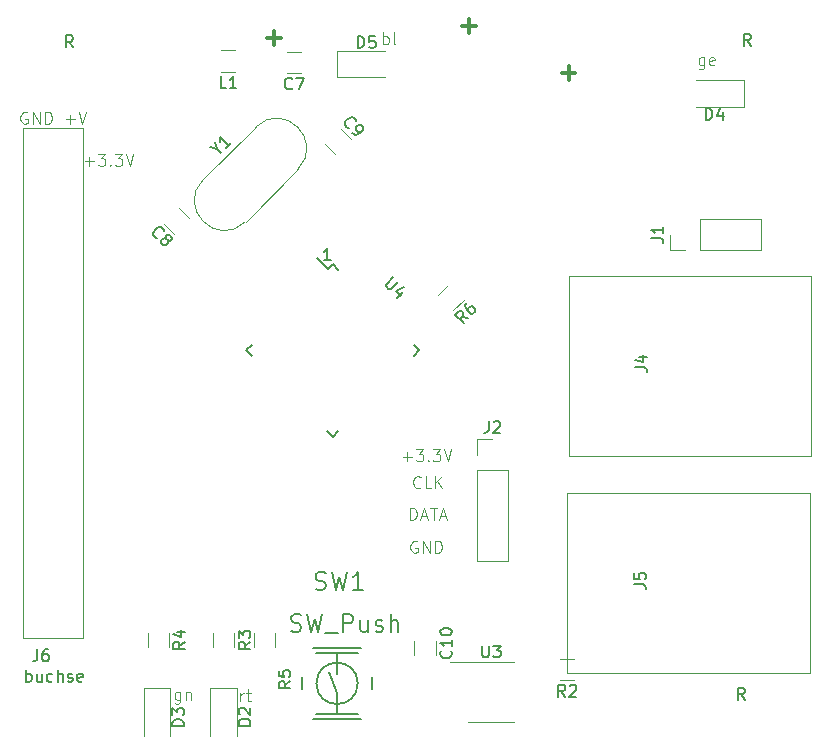
<source format=gbr>
%TF.GenerationSoftware,KiCad,Pcbnew,5.1.5-52549c5~84~ubuntu18.04.1*%
%TF.CreationDate,2020-01-27T10:34:20+01:00*%
%TF.ProjectId,sboxnet-modul,73626f78-6e65-4742-9d6d-6f64756c2e6b,rev?*%
%TF.SameCoordinates,Original*%
%TF.FileFunction,Legend,Top*%
%TF.FilePolarity,Positive*%
%FSLAX46Y46*%
G04 Gerber Fmt 4.6, Leading zero omitted, Abs format (unit mm)*
G04 Created by KiCad (PCBNEW 5.1.5-52549c5~84~ubuntu18.04.1) date 2020-01-27 10:34:20*
%MOMM*%
%LPD*%
G04 APERTURE LIST*
%ADD10C,0.300000*%
%ADD11C,0.100000*%
%ADD12C,0.150000*%
%ADD13C,0.120000*%
G04 APERTURE END LIST*
D10*
X124320371Y-69779342D02*
X125463228Y-69779342D01*
X124891800Y-70350771D02*
X124891800Y-69207914D01*
X132778571Y-73767142D02*
X133921428Y-73767142D01*
X133350000Y-74338571D02*
X133350000Y-73195714D01*
X107835771Y-70795342D02*
X108978628Y-70795342D01*
X108407200Y-71366771D02*
X108407200Y-70223914D01*
D11*
X92361000Y-81224428D02*
X93122904Y-81224428D01*
X92741952Y-81605380D02*
X92741952Y-80843476D01*
X93503857Y-80605380D02*
X94122904Y-80605380D01*
X93789571Y-80986333D01*
X93932428Y-80986333D01*
X94027666Y-81033952D01*
X94075285Y-81081571D01*
X94122904Y-81176809D01*
X94122904Y-81414904D01*
X94075285Y-81510142D01*
X94027666Y-81557761D01*
X93932428Y-81605380D01*
X93646714Y-81605380D01*
X93551476Y-81557761D01*
X93503857Y-81510142D01*
X94551476Y-81510142D02*
X94599095Y-81557761D01*
X94551476Y-81605380D01*
X94503857Y-81557761D01*
X94551476Y-81510142D01*
X94551476Y-81605380D01*
X94932428Y-80605380D02*
X95551476Y-80605380D01*
X95218142Y-80986333D01*
X95361000Y-80986333D01*
X95456238Y-81033952D01*
X95503857Y-81081571D01*
X95551476Y-81176809D01*
X95551476Y-81414904D01*
X95503857Y-81510142D01*
X95456238Y-81557761D01*
X95361000Y-81605380D01*
X95075285Y-81605380D01*
X94980047Y-81557761D01*
X94932428Y-81510142D01*
X95837190Y-80605380D02*
X96170523Y-81605380D01*
X96503857Y-80605380D01*
X90757476Y-77668428D02*
X91519380Y-77668428D01*
X91138428Y-78049380D02*
X91138428Y-77287476D01*
X91852714Y-77049380D02*
X92186047Y-78049380D01*
X92519380Y-77049380D01*
X87503095Y-77097000D02*
X87407857Y-77049380D01*
X87265000Y-77049380D01*
X87122142Y-77097000D01*
X87026904Y-77192238D01*
X86979285Y-77287476D01*
X86931666Y-77477952D01*
X86931666Y-77620809D01*
X86979285Y-77811285D01*
X87026904Y-77906523D01*
X87122142Y-78001761D01*
X87265000Y-78049380D01*
X87360238Y-78049380D01*
X87503095Y-78001761D01*
X87550714Y-77954142D01*
X87550714Y-77620809D01*
X87360238Y-77620809D01*
X87979285Y-78049380D02*
X87979285Y-77049380D01*
X88550714Y-78049380D01*
X88550714Y-77049380D01*
X89026904Y-78049380D02*
X89026904Y-77049380D01*
X89265000Y-77049380D01*
X89407857Y-77097000D01*
X89503095Y-77192238D01*
X89550714Y-77287476D01*
X89598333Y-77477952D01*
X89598333Y-77620809D01*
X89550714Y-77811285D01*
X89503095Y-77906523D01*
X89407857Y-78001761D01*
X89265000Y-78049380D01*
X89026904Y-78049380D01*
X100472904Y-126150714D02*
X100472904Y-126960238D01*
X100425285Y-127055476D01*
X100377666Y-127103095D01*
X100282428Y-127150714D01*
X100139571Y-127150714D01*
X100044333Y-127103095D01*
X100472904Y-126769761D02*
X100377666Y-126817380D01*
X100187190Y-126817380D01*
X100091952Y-126769761D01*
X100044333Y-126722142D01*
X99996714Y-126626904D01*
X99996714Y-126341190D01*
X100044333Y-126245952D01*
X100091952Y-126198333D01*
X100187190Y-126150714D01*
X100377666Y-126150714D01*
X100472904Y-126198333D01*
X100949095Y-126150714D02*
X100949095Y-126817380D01*
X100949095Y-126245952D02*
X100996714Y-126198333D01*
X101091952Y-126150714D01*
X101234809Y-126150714D01*
X101330047Y-126198333D01*
X101377666Y-126293571D01*
X101377666Y-126817380D01*
X105560857Y-126944380D02*
X105560857Y-126277714D01*
X105560857Y-126468190D02*
X105608476Y-126372952D01*
X105656095Y-126325333D01*
X105751333Y-126277714D01*
X105846571Y-126277714D01*
X106037047Y-126277714D02*
X106418000Y-126277714D01*
X106179904Y-125944380D02*
X106179904Y-126801523D01*
X106227523Y-126896761D01*
X106322761Y-126944380D01*
X106418000Y-126944380D01*
X117633809Y-71318380D02*
X117633809Y-70318380D01*
X117633809Y-70699333D02*
X117729047Y-70651714D01*
X117919523Y-70651714D01*
X118014761Y-70699333D01*
X118062380Y-70746952D01*
X118110000Y-70842190D01*
X118110000Y-71127904D01*
X118062380Y-71223142D01*
X118014761Y-71270761D01*
X117919523Y-71318380D01*
X117729047Y-71318380D01*
X117633809Y-71270761D01*
X118681428Y-71318380D02*
X118586190Y-71270761D01*
X118538571Y-71175523D01*
X118538571Y-70318380D01*
X144819714Y-72429714D02*
X144819714Y-73239238D01*
X144772095Y-73334476D01*
X144724476Y-73382095D01*
X144629238Y-73429714D01*
X144486380Y-73429714D01*
X144391142Y-73382095D01*
X144819714Y-73048761D02*
X144724476Y-73096380D01*
X144534000Y-73096380D01*
X144438761Y-73048761D01*
X144391142Y-73001142D01*
X144343523Y-72905904D01*
X144343523Y-72620190D01*
X144391142Y-72524952D01*
X144438761Y-72477333D01*
X144534000Y-72429714D01*
X144724476Y-72429714D01*
X144819714Y-72477333D01*
X145676857Y-73048761D02*
X145581619Y-73096380D01*
X145391142Y-73096380D01*
X145295904Y-73048761D01*
X145248285Y-72953523D01*
X145248285Y-72572571D01*
X145295904Y-72477333D01*
X145391142Y-72429714D01*
X145581619Y-72429714D01*
X145676857Y-72477333D01*
X145724476Y-72572571D01*
X145724476Y-72667809D01*
X145248285Y-72763047D01*
X119912000Y-111577380D02*
X119912000Y-110577380D01*
X120150095Y-110577380D01*
X120292952Y-110625000D01*
X120388190Y-110720238D01*
X120435809Y-110815476D01*
X120483428Y-111005952D01*
X120483428Y-111148809D01*
X120435809Y-111339285D01*
X120388190Y-111434523D01*
X120292952Y-111529761D01*
X120150095Y-111577380D01*
X119912000Y-111577380D01*
X120864380Y-111291666D02*
X121340571Y-111291666D01*
X120769142Y-111577380D02*
X121102476Y-110577380D01*
X121435809Y-111577380D01*
X121626285Y-110577380D02*
X122197714Y-110577380D01*
X121912000Y-111577380D02*
X121912000Y-110577380D01*
X122483428Y-111291666D02*
X122959619Y-111291666D01*
X122388190Y-111577380D02*
X122721523Y-110577380D01*
X123054857Y-111577380D01*
X120816761Y-108815142D02*
X120769142Y-108862761D01*
X120626285Y-108910380D01*
X120531047Y-108910380D01*
X120388190Y-108862761D01*
X120292952Y-108767523D01*
X120245333Y-108672285D01*
X120197714Y-108481809D01*
X120197714Y-108338952D01*
X120245333Y-108148476D01*
X120292952Y-108053238D01*
X120388190Y-107958000D01*
X120531047Y-107910380D01*
X120626285Y-107910380D01*
X120769142Y-107958000D01*
X120816761Y-108005619D01*
X121721523Y-108910380D02*
X121245333Y-108910380D01*
X121245333Y-107910380D01*
X122054857Y-108910380D02*
X122054857Y-107910380D01*
X122626285Y-108910380D02*
X122197714Y-108338952D01*
X122626285Y-107910380D02*
X122054857Y-108481809D01*
X120523095Y-113419000D02*
X120427857Y-113371380D01*
X120285000Y-113371380D01*
X120142142Y-113419000D01*
X120046904Y-113514238D01*
X119999285Y-113609476D01*
X119951666Y-113799952D01*
X119951666Y-113942809D01*
X119999285Y-114133285D01*
X120046904Y-114228523D01*
X120142142Y-114323761D01*
X120285000Y-114371380D01*
X120380238Y-114371380D01*
X120523095Y-114323761D01*
X120570714Y-114276142D01*
X120570714Y-113942809D01*
X120380238Y-113942809D01*
X120999285Y-114371380D02*
X120999285Y-113371380D01*
X121570714Y-114371380D01*
X121570714Y-113371380D01*
X122046904Y-114371380D02*
X122046904Y-113371380D01*
X122285000Y-113371380D01*
X122427857Y-113419000D01*
X122523095Y-113514238D01*
X122570714Y-113609476D01*
X122618333Y-113799952D01*
X122618333Y-113942809D01*
X122570714Y-114133285D01*
X122523095Y-114228523D01*
X122427857Y-114323761D01*
X122285000Y-114371380D01*
X122046904Y-114371380D01*
X119285000Y-106243428D02*
X120046904Y-106243428D01*
X119665952Y-106624380D02*
X119665952Y-105862476D01*
X120427857Y-105624380D02*
X121046904Y-105624380D01*
X120713571Y-106005333D01*
X120856428Y-106005333D01*
X120951666Y-106052952D01*
X120999285Y-106100571D01*
X121046904Y-106195809D01*
X121046904Y-106433904D01*
X120999285Y-106529142D01*
X120951666Y-106576761D01*
X120856428Y-106624380D01*
X120570714Y-106624380D01*
X120475476Y-106576761D01*
X120427857Y-106529142D01*
X121475476Y-106529142D02*
X121523095Y-106576761D01*
X121475476Y-106624380D01*
X121427857Y-106576761D01*
X121475476Y-106529142D01*
X121475476Y-106624380D01*
X121856428Y-105624380D02*
X122475476Y-105624380D01*
X122142142Y-106005333D01*
X122285000Y-106005333D01*
X122380238Y-106052952D01*
X122427857Y-106100571D01*
X122475476Y-106195809D01*
X122475476Y-106433904D01*
X122427857Y-106529142D01*
X122380238Y-106576761D01*
X122285000Y-106624380D01*
X121999285Y-106624380D01*
X121904047Y-106576761D01*
X121856428Y-106529142D01*
X122761190Y-105624380D02*
X123094523Y-106624380D01*
X123427857Y-105624380D01*
D12*
X113188714Y-89606380D02*
X112617285Y-89606380D01*
X112903000Y-89606380D02*
X112903000Y-88606380D01*
X112807761Y-88749238D01*
X112712523Y-88844476D01*
X112617285Y-88892095D01*
D13*
X133340000Y-90980000D02*
X153910000Y-90980000D01*
X133340000Y-106220000D02*
X133340000Y-90980000D01*
X153910000Y-106220000D02*
X133340000Y-106220000D01*
X153910000Y-106220000D02*
X153910000Y-90980000D01*
X141910000Y-88770000D02*
X141910000Y-87440000D01*
X143240000Y-88770000D02*
X141910000Y-88770000D01*
X144510000Y-88770000D02*
X144510000Y-86110000D01*
X144510000Y-86110000D02*
X149650000Y-86110000D01*
X144510000Y-88770000D02*
X149650000Y-88770000D01*
X149650000Y-88770000D02*
X149650000Y-86110000D01*
X133236800Y-109347000D02*
X153806800Y-109347000D01*
X133236800Y-124587000D02*
X133236800Y-109347000D01*
X153806800Y-124587000D02*
X133236800Y-124587000D01*
X153806800Y-124587000D02*
X153806800Y-109347000D01*
X133825064Y-123372200D02*
X132620936Y-123372200D01*
X133825064Y-125192200D02*
X132620936Y-125192200D01*
D12*
X112979014Y-90344631D02*
X112077452Y-89443070D01*
X120704155Y-97256600D02*
X120226858Y-96779303D01*
X113385600Y-104575155D02*
X112908303Y-104097858D01*
X106067045Y-97256600D02*
X106544342Y-97733897D01*
X113385600Y-89938045D02*
X113862897Y-90415342D01*
X106067045Y-97256600D02*
X106544342Y-96779303D01*
X113385600Y-104575155D02*
X113862897Y-104097858D01*
X120704155Y-97256600D02*
X120226858Y-97733897D01*
X113385600Y-89938045D02*
X112979014Y-90344631D01*
D13*
X110410493Y-81920396D02*
G75*
G03X106839605Y-78349506I-1785444J1785445D01*
G01*
X105991077Y-86339812D02*
G75*
G02X102420187Y-82768924I-1785445J1785444D01*
G01*
X105991076Y-86339813D02*
X110410494Y-81920395D01*
X102420187Y-82768924D02*
X106839605Y-78349506D01*
X112750809Y-79787744D02*
X113602256Y-80639191D01*
X114037744Y-78500809D02*
X114889191Y-79352256D01*
X101239191Y-86072256D02*
X100387744Y-85220809D01*
X99952256Y-87359191D02*
X99100809Y-86507744D01*
X105135764Y-71848300D02*
X103931636Y-71848300D01*
X105135764Y-73668300D02*
X103931636Y-73668300D01*
X126771400Y-123627200D02*
X123321400Y-123627200D01*
X126771400Y-123627200D02*
X128721400Y-123627200D01*
X126771400Y-128747200D02*
X124821400Y-128747200D01*
X126771400Y-128747200D02*
X128721400Y-128747200D01*
D12*
X112240000Y-128040000D02*
X111940000Y-128040000D01*
X115240000Y-128040000D02*
X115540000Y-128040000D01*
X115240000Y-122840000D02*
X115540000Y-122840000D01*
X112240000Y-122840000D02*
X111940000Y-122840000D01*
X113740000Y-126240000D02*
X113040000Y-124440000D01*
X113740000Y-128040000D02*
X113740000Y-126240000D01*
X113740000Y-122840000D02*
X113740000Y-124640000D01*
X115240000Y-128040000D02*
X112240000Y-128040000D01*
X112240000Y-122840000D02*
X115240000Y-122840000D01*
X115490000Y-125440000D02*
G75*
G03X115490000Y-125440000I-1750000J0D01*
G01*
X111740000Y-122440000D02*
X115740000Y-122440000D01*
X111740000Y-128440000D02*
X115740000Y-128440000D01*
X110740000Y-124940000D02*
X110740000Y-125940000D01*
X116740000Y-124940000D02*
X116740000Y-125940000D01*
D13*
X123162256Y-91720809D02*
X122310809Y-92572256D01*
X124449191Y-93007744D02*
X123597744Y-93859191D01*
X108517100Y-122383964D02*
X108517100Y-121179836D01*
X106697100Y-122383964D02*
X106697100Y-121179836D01*
X97692800Y-121151236D02*
X97692800Y-122355364D01*
X99512800Y-121151236D02*
X99512800Y-122355364D01*
X103217300Y-121152836D02*
X103217300Y-122356964D01*
X105037300Y-121152836D02*
X105037300Y-122356964D01*
X87160100Y-121589800D02*
X87160100Y-78409800D01*
X92240100Y-121589800D02*
X87160100Y-121589800D01*
X92240100Y-78409800D02*
X92240100Y-121589800D01*
X87160100Y-78409800D02*
X92240100Y-78409800D01*
X125568400Y-104791200D02*
X126898400Y-104791200D01*
X125568400Y-106121200D02*
X125568400Y-104791200D01*
X125568400Y-107391200D02*
X128228400Y-107391200D01*
X128228400Y-107391200D02*
X128228400Y-115071200D01*
X125568400Y-107391200D02*
X125568400Y-115071200D01*
X125568400Y-115071200D02*
X128228400Y-115071200D01*
X113757700Y-74134600D02*
X117817700Y-74134600D01*
X113757700Y-71864600D02*
X113757700Y-74134600D01*
X117817700Y-71864600D02*
X113757700Y-71864600D01*
X148154400Y-74328400D02*
X144094400Y-74328400D01*
X148154400Y-76598400D02*
X148154400Y-74328400D01*
X144094400Y-76598400D02*
X148154400Y-76598400D01*
X97366200Y-125860800D02*
X97366200Y-129920800D01*
X99636200Y-125860800D02*
X97366200Y-125860800D01*
X99636200Y-129920800D02*
X99636200Y-125860800D01*
X103005000Y-125810000D02*
X103005000Y-129870000D01*
X105275000Y-125810000D02*
X103005000Y-125810000D01*
X105275000Y-129870000D02*
X105275000Y-125810000D01*
X120286100Y-121875136D02*
X120286100Y-123079264D01*
X122106100Y-121875136D02*
X122106100Y-123079264D01*
X110712664Y-71975300D02*
X109508536Y-71975300D01*
X110712664Y-73795300D02*
X109508536Y-73795300D01*
D12*
X138991420Y-98686953D02*
X139705706Y-98686953D01*
X139848563Y-98734572D01*
X139943801Y-98829810D01*
X139991420Y-98972667D01*
X139991420Y-99067905D01*
X139324754Y-97782191D02*
X139991420Y-97782191D01*
X138943801Y-98020286D02*
X139658087Y-98258381D01*
X139658087Y-97639334D01*
X140362380Y-87773333D02*
X141076666Y-87773333D01*
X141219523Y-87820952D01*
X141314761Y-87916190D01*
X141362380Y-88059047D01*
X141362380Y-88154285D01*
X141362380Y-86773333D02*
X141362380Y-87344761D01*
X141362380Y-87059047D02*
X140362380Y-87059047D01*
X140505238Y-87154285D01*
X140600476Y-87249523D01*
X140648095Y-87344761D01*
X138888220Y-117053953D02*
X139602506Y-117053953D01*
X139745363Y-117101572D01*
X139840601Y-117196810D01*
X139888220Y-117339667D01*
X139888220Y-117434905D01*
X138888220Y-116101572D02*
X138888220Y-116577762D01*
X139364411Y-116625381D01*
X139316792Y-116577762D01*
X139269173Y-116482524D01*
X139269173Y-116244429D01*
X139316792Y-116149191D01*
X139364411Y-116101572D01*
X139459649Y-116053953D01*
X139697744Y-116053953D01*
X139792982Y-116101572D01*
X139840601Y-116149191D01*
X139888220Y-116244429D01*
X139888220Y-116482524D01*
X139840601Y-116577762D01*
X139792982Y-116625381D01*
X133056333Y-126554580D02*
X132723000Y-126078390D01*
X132484904Y-126554580D02*
X132484904Y-125554580D01*
X132865857Y-125554580D01*
X132961095Y-125602200D01*
X133008714Y-125649819D01*
X133056333Y-125745057D01*
X133056333Y-125887914D01*
X133008714Y-125983152D01*
X132961095Y-126030771D01*
X132865857Y-126078390D01*
X132484904Y-126078390D01*
X133437285Y-125649819D02*
X133484904Y-125602200D01*
X133580142Y-125554580D01*
X133818238Y-125554580D01*
X133913476Y-125602200D01*
X133961095Y-125649819D01*
X134008714Y-125745057D01*
X134008714Y-125840295D01*
X133961095Y-125983152D01*
X133389666Y-126554580D01*
X134008714Y-126554580D01*
X91368523Y-71572380D02*
X91035190Y-71096190D01*
X90797095Y-71572380D02*
X90797095Y-70572380D01*
X91178047Y-70572380D01*
X91273285Y-70620000D01*
X91320904Y-70667619D01*
X91368523Y-70762857D01*
X91368523Y-70905714D01*
X91320904Y-71000952D01*
X91273285Y-71048571D01*
X91178047Y-71096190D01*
X90797095Y-71096190D01*
X87408047Y-125293380D02*
X87408047Y-124293380D01*
X87408047Y-124674333D02*
X87503285Y-124626714D01*
X87693761Y-124626714D01*
X87789000Y-124674333D01*
X87836619Y-124721952D01*
X87884238Y-124817190D01*
X87884238Y-125102904D01*
X87836619Y-125198142D01*
X87789000Y-125245761D01*
X87693761Y-125293380D01*
X87503285Y-125293380D01*
X87408047Y-125245761D01*
X88741380Y-124626714D02*
X88741380Y-125293380D01*
X88312809Y-124626714D02*
X88312809Y-125150523D01*
X88360428Y-125245761D01*
X88455666Y-125293380D01*
X88598523Y-125293380D01*
X88693761Y-125245761D01*
X88741380Y-125198142D01*
X89646142Y-125245761D02*
X89550904Y-125293380D01*
X89360428Y-125293380D01*
X89265190Y-125245761D01*
X89217571Y-125198142D01*
X89169952Y-125102904D01*
X89169952Y-124817190D01*
X89217571Y-124721952D01*
X89265190Y-124674333D01*
X89360428Y-124626714D01*
X89550904Y-124626714D01*
X89646142Y-124674333D01*
X90074714Y-125293380D02*
X90074714Y-124293380D01*
X90503285Y-125293380D02*
X90503285Y-124769571D01*
X90455666Y-124674333D01*
X90360428Y-124626714D01*
X90217571Y-124626714D01*
X90122333Y-124674333D01*
X90074714Y-124721952D01*
X90931857Y-125245761D02*
X91027095Y-125293380D01*
X91217571Y-125293380D01*
X91312809Y-125245761D01*
X91360428Y-125150523D01*
X91360428Y-125102904D01*
X91312809Y-125007666D01*
X91217571Y-124960047D01*
X91074714Y-124960047D01*
X90979476Y-124912428D01*
X90931857Y-124817190D01*
X90931857Y-124769571D01*
X90979476Y-124674333D01*
X91074714Y-124626714D01*
X91217571Y-124626714D01*
X91312809Y-124674333D01*
X92169952Y-125245761D02*
X92074714Y-125293380D01*
X91884238Y-125293380D01*
X91789000Y-125245761D01*
X91741380Y-125150523D01*
X91741380Y-124769571D01*
X91789000Y-124674333D01*
X91884238Y-124626714D01*
X92074714Y-124626714D01*
X92169952Y-124674333D01*
X92217571Y-124769571D01*
X92217571Y-124864809D01*
X91741380Y-124960047D01*
X148264523Y-126817380D02*
X147931190Y-126341190D01*
X147693095Y-126817380D02*
X147693095Y-125817380D01*
X148074047Y-125817380D01*
X148169285Y-125865000D01*
X148216904Y-125912619D01*
X148264523Y-126007857D01*
X148264523Y-126150714D01*
X148216904Y-126245952D01*
X148169285Y-126293571D01*
X148074047Y-126341190D01*
X147693095Y-126341190D01*
X148772523Y-71445380D02*
X148439190Y-70969190D01*
X148201095Y-71445380D02*
X148201095Y-70445380D01*
X148582047Y-70445380D01*
X148677285Y-70493000D01*
X148724904Y-70540619D01*
X148772523Y-70635857D01*
X148772523Y-70778714D01*
X148724904Y-70873952D01*
X148677285Y-70921571D01*
X148582047Y-70969190D01*
X148201095Y-70969190D01*
X118502023Y-91062680D02*
X117929603Y-91635100D01*
X117895931Y-91736115D01*
X117895931Y-91803459D01*
X117929603Y-91904474D01*
X118064290Y-92039161D01*
X118165305Y-92072833D01*
X118232649Y-92072833D01*
X118333664Y-92039161D01*
X118906084Y-91466741D01*
X119310145Y-92342207D02*
X118838740Y-92813611D01*
X119411160Y-91904474D02*
X118737725Y-92241192D01*
X119175458Y-92678924D01*
X103569235Y-80171989D02*
X103905953Y-80508707D01*
X102963144Y-80037302D02*
X103569235Y-80171989D01*
X103434548Y-79565898D01*
X104747746Y-79666913D02*
X104343685Y-80070974D01*
X104545716Y-79868943D02*
X103838609Y-79161837D01*
X103872281Y-79330195D01*
X103872281Y-79464882D01*
X103838609Y-79565898D01*
X114736544Y-78417753D02*
X114669201Y-78417753D01*
X114534514Y-78350409D01*
X114467170Y-78283066D01*
X114399827Y-78148378D01*
X114399827Y-78013691D01*
X114433498Y-77912676D01*
X114534514Y-77744317D01*
X114635529Y-77643302D01*
X114803888Y-77542287D01*
X114904903Y-77508615D01*
X115039590Y-77508615D01*
X115174277Y-77575959D01*
X115241621Y-77643302D01*
X115308964Y-77777989D01*
X115308964Y-77845333D01*
X115005918Y-78821814D02*
X115140605Y-78956501D01*
X115241621Y-78990172D01*
X115308964Y-78990172D01*
X115477323Y-78956501D01*
X115645682Y-78855485D01*
X115915056Y-78586111D01*
X115948727Y-78485096D01*
X115948727Y-78417753D01*
X115915056Y-78316737D01*
X115780369Y-78182050D01*
X115679353Y-78148378D01*
X115612010Y-78148378D01*
X115510995Y-78182050D01*
X115342636Y-78350409D01*
X115308964Y-78451424D01*
X115308964Y-78518768D01*
X115342636Y-78619783D01*
X115477323Y-78754470D01*
X115578338Y-78788142D01*
X115645682Y-78788142D01*
X115746697Y-78754470D01*
X98512676Y-87711621D02*
X98445333Y-87711621D01*
X98310646Y-87644277D01*
X98243302Y-87576934D01*
X98175959Y-87442246D01*
X98175959Y-87307559D01*
X98209630Y-87206544D01*
X98310646Y-87038185D01*
X98411661Y-86937170D01*
X98580020Y-86836155D01*
X98681035Y-86802483D01*
X98815722Y-86802483D01*
X98950409Y-86869827D01*
X99017753Y-86937170D01*
X99085096Y-87071857D01*
X99085096Y-87139201D01*
X99253455Y-87778964D02*
X99219783Y-87677949D01*
X99219783Y-87610605D01*
X99253455Y-87509590D01*
X99287127Y-87475918D01*
X99388142Y-87442246D01*
X99455485Y-87442246D01*
X99556501Y-87475918D01*
X99691188Y-87610605D01*
X99724859Y-87711621D01*
X99724859Y-87778964D01*
X99691188Y-87879979D01*
X99657516Y-87913651D01*
X99556501Y-87947323D01*
X99489157Y-87947323D01*
X99388142Y-87913651D01*
X99253455Y-87778964D01*
X99152440Y-87745292D01*
X99085096Y-87745292D01*
X98984081Y-87778964D01*
X98849394Y-87913651D01*
X98815722Y-88014666D01*
X98815722Y-88082010D01*
X98849394Y-88183025D01*
X98984081Y-88317712D01*
X99085096Y-88351384D01*
X99152440Y-88351384D01*
X99253455Y-88317712D01*
X99388142Y-88183025D01*
X99421814Y-88082010D01*
X99421814Y-88014666D01*
X99388142Y-87913651D01*
X104367033Y-75030680D02*
X103890842Y-75030680D01*
X103890842Y-74030680D01*
X105224176Y-75030680D02*
X104652747Y-75030680D01*
X104938461Y-75030680D02*
X104938461Y-74030680D01*
X104843223Y-74173538D01*
X104747985Y-74268776D01*
X104652747Y-74316395D01*
X126009495Y-122239580D02*
X126009495Y-123049104D01*
X126057114Y-123144342D01*
X126104733Y-123191961D01*
X126199971Y-123239580D01*
X126390447Y-123239580D01*
X126485685Y-123191961D01*
X126533304Y-123144342D01*
X126580923Y-123049104D01*
X126580923Y-122239580D01*
X126961876Y-122239580D02*
X127580923Y-122239580D01*
X127247590Y-122620533D01*
X127390447Y-122620533D01*
X127485685Y-122668152D01*
X127533304Y-122715771D01*
X127580923Y-122811009D01*
X127580923Y-123049104D01*
X127533304Y-123144342D01*
X127485685Y-123191961D01*
X127390447Y-123239580D01*
X127104733Y-123239580D01*
X127009495Y-123191961D01*
X126961876Y-123144342D01*
X111919000Y-117447142D02*
X112133285Y-117518571D01*
X112490428Y-117518571D01*
X112633285Y-117447142D01*
X112704714Y-117375714D01*
X112776142Y-117232857D01*
X112776142Y-117090000D01*
X112704714Y-116947142D01*
X112633285Y-116875714D01*
X112490428Y-116804285D01*
X112204714Y-116732857D01*
X112061857Y-116661428D01*
X111990428Y-116590000D01*
X111919000Y-116447142D01*
X111919000Y-116304285D01*
X111990428Y-116161428D01*
X112061857Y-116090000D01*
X112204714Y-116018571D01*
X112561857Y-116018571D01*
X112776142Y-116090000D01*
X113276142Y-116018571D02*
X113633285Y-117518571D01*
X113919000Y-116447142D01*
X114204714Y-117518571D01*
X114561857Y-116018571D01*
X115919000Y-117518571D02*
X115061857Y-117518571D01*
X115490428Y-117518571D02*
X115490428Y-116018571D01*
X115347571Y-116232857D01*
X115204714Y-116375714D01*
X115061857Y-116447142D01*
X109855571Y-121003142D02*
X110069857Y-121074571D01*
X110427000Y-121074571D01*
X110569857Y-121003142D01*
X110641285Y-120931714D01*
X110712714Y-120788857D01*
X110712714Y-120646000D01*
X110641285Y-120503142D01*
X110569857Y-120431714D01*
X110427000Y-120360285D01*
X110141285Y-120288857D01*
X109998428Y-120217428D01*
X109927000Y-120146000D01*
X109855571Y-120003142D01*
X109855571Y-119860285D01*
X109927000Y-119717428D01*
X109998428Y-119646000D01*
X110141285Y-119574571D01*
X110498428Y-119574571D01*
X110712714Y-119646000D01*
X111212714Y-119574571D02*
X111569857Y-121074571D01*
X111855571Y-120003142D01*
X112141285Y-121074571D01*
X112498428Y-119574571D01*
X112712714Y-121217428D02*
X113855571Y-121217428D01*
X114212714Y-121074571D02*
X114212714Y-119574571D01*
X114784142Y-119574571D01*
X114927000Y-119646000D01*
X114998428Y-119717428D01*
X115069857Y-119860285D01*
X115069857Y-120074571D01*
X114998428Y-120217428D01*
X114927000Y-120288857D01*
X114784142Y-120360285D01*
X114212714Y-120360285D01*
X116355571Y-120074571D02*
X116355571Y-121074571D01*
X115712714Y-120074571D02*
X115712714Y-120860285D01*
X115784142Y-121003142D01*
X115927000Y-121074571D01*
X116141285Y-121074571D01*
X116284142Y-121003142D01*
X116355571Y-120931714D01*
X116998428Y-121003142D02*
X117141285Y-121074571D01*
X117427000Y-121074571D01*
X117569857Y-121003142D01*
X117641285Y-120860285D01*
X117641285Y-120788857D01*
X117569857Y-120646000D01*
X117427000Y-120574571D01*
X117212714Y-120574571D01*
X117069857Y-120503142D01*
X116998428Y-120360285D01*
X116998428Y-120288857D01*
X117069857Y-120146000D01*
X117212714Y-120074571D01*
X117427000Y-120074571D01*
X117569857Y-120146000D01*
X118284142Y-121074571D02*
X118284142Y-119574571D01*
X118927000Y-121074571D02*
X118927000Y-120288857D01*
X118855571Y-120146000D01*
X118712714Y-120074571D01*
X118498428Y-120074571D01*
X118355571Y-120146000D01*
X118284142Y-120217428D01*
X124868964Y-94514666D02*
X124296544Y-94413651D01*
X124464903Y-94918727D02*
X123757796Y-94211621D01*
X124027170Y-93942246D01*
X124128185Y-93908575D01*
X124195529Y-93908575D01*
X124296544Y-93942246D01*
X124397559Y-94043262D01*
X124431231Y-94144277D01*
X124431231Y-94211621D01*
X124397559Y-94312636D01*
X124128185Y-94582010D01*
X124767949Y-93201468D02*
X124633262Y-93336155D01*
X124599590Y-93437170D01*
X124599590Y-93504514D01*
X124633262Y-93672872D01*
X124734277Y-93841231D01*
X125003651Y-94110605D01*
X125104666Y-94144277D01*
X125172010Y-94144277D01*
X125273025Y-94110605D01*
X125407712Y-93975918D01*
X125441384Y-93874903D01*
X125441384Y-93807559D01*
X125407712Y-93706544D01*
X125239353Y-93538185D01*
X125138338Y-93504514D01*
X125070995Y-93504514D01*
X124969979Y-93538185D01*
X124835292Y-93672872D01*
X124801621Y-93773888D01*
X124801621Y-93841231D01*
X124835292Y-93942246D01*
X109799380Y-125261666D02*
X109323190Y-125595000D01*
X109799380Y-125833095D02*
X108799380Y-125833095D01*
X108799380Y-125452142D01*
X108847000Y-125356904D01*
X108894619Y-125309285D01*
X108989857Y-125261666D01*
X109132714Y-125261666D01*
X109227952Y-125309285D01*
X109275571Y-125356904D01*
X109323190Y-125452142D01*
X109323190Y-125833095D01*
X108799380Y-124356904D02*
X108799380Y-124833095D01*
X109275571Y-124880714D01*
X109227952Y-124833095D01*
X109180333Y-124737857D01*
X109180333Y-124499761D01*
X109227952Y-124404523D01*
X109275571Y-124356904D01*
X109370809Y-124309285D01*
X109608904Y-124309285D01*
X109704142Y-124356904D01*
X109751761Y-124404523D01*
X109799380Y-124499761D01*
X109799380Y-124737857D01*
X109751761Y-124833095D01*
X109704142Y-124880714D01*
X100875180Y-121919966D02*
X100398990Y-122253300D01*
X100875180Y-122491395D02*
X99875180Y-122491395D01*
X99875180Y-122110442D01*
X99922800Y-122015204D01*
X99970419Y-121967585D01*
X100065657Y-121919966D01*
X100208514Y-121919966D01*
X100303752Y-121967585D01*
X100351371Y-122015204D01*
X100398990Y-122110442D01*
X100398990Y-122491395D01*
X100208514Y-121062823D02*
X100875180Y-121062823D01*
X99827561Y-121300919D02*
X100541847Y-121539014D01*
X100541847Y-120919966D01*
X106399680Y-121921566D02*
X105923490Y-122254900D01*
X106399680Y-122492995D02*
X105399680Y-122492995D01*
X105399680Y-122112042D01*
X105447300Y-122016804D01*
X105494919Y-121969185D01*
X105590157Y-121921566D01*
X105733014Y-121921566D01*
X105828252Y-121969185D01*
X105875871Y-122016804D01*
X105923490Y-122112042D01*
X105923490Y-122492995D01*
X105399680Y-121588233D02*
X105399680Y-120969185D01*
X105780633Y-121302519D01*
X105780633Y-121159661D01*
X105828252Y-121064423D01*
X105875871Y-121016804D01*
X105971109Y-120969185D01*
X106209204Y-120969185D01*
X106304442Y-121016804D01*
X106352061Y-121064423D01*
X106399680Y-121159661D01*
X106399680Y-121445376D01*
X106352061Y-121540614D01*
X106304442Y-121588233D01*
X88350766Y-122566180D02*
X88350766Y-123280466D01*
X88303147Y-123423323D01*
X88207909Y-123518561D01*
X88065052Y-123566180D01*
X87969814Y-123566180D01*
X89255528Y-122566180D02*
X89065052Y-122566180D01*
X88969814Y-122613800D01*
X88922195Y-122661419D01*
X88826957Y-122804276D01*
X88779338Y-122994752D01*
X88779338Y-123375704D01*
X88826957Y-123470942D01*
X88874576Y-123518561D01*
X88969814Y-123566180D01*
X89160290Y-123566180D01*
X89255528Y-123518561D01*
X89303147Y-123470942D01*
X89350766Y-123375704D01*
X89350766Y-123137609D01*
X89303147Y-123042371D01*
X89255528Y-122994752D01*
X89160290Y-122947133D01*
X88969814Y-122947133D01*
X88874576Y-122994752D01*
X88826957Y-123042371D01*
X88779338Y-123137609D01*
X126565066Y-103243580D02*
X126565066Y-103957866D01*
X126517447Y-104100723D01*
X126422209Y-104195961D01*
X126279352Y-104243580D01*
X126184114Y-104243580D01*
X126993638Y-103338819D02*
X127041257Y-103291200D01*
X127136495Y-103243580D01*
X127374590Y-103243580D01*
X127469828Y-103291200D01*
X127517447Y-103338819D01*
X127565066Y-103434057D01*
X127565066Y-103529295D01*
X127517447Y-103672152D01*
X126946019Y-104243580D01*
X127565066Y-104243580D01*
X115479604Y-71631980D02*
X115479604Y-70631980D01*
X115717700Y-70631980D01*
X115860557Y-70679600D01*
X115955795Y-70774838D01*
X116003414Y-70870076D01*
X116051033Y-71060552D01*
X116051033Y-71203409D01*
X116003414Y-71393885D01*
X115955795Y-71489123D01*
X115860557Y-71584361D01*
X115717700Y-71631980D01*
X115479604Y-71631980D01*
X116955795Y-70631980D02*
X116479604Y-70631980D01*
X116431985Y-71108171D01*
X116479604Y-71060552D01*
X116574842Y-71012933D01*
X116812938Y-71012933D01*
X116908176Y-71060552D01*
X116955795Y-71108171D01*
X117003414Y-71203409D01*
X117003414Y-71441504D01*
X116955795Y-71536742D01*
X116908176Y-71584361D01*
X116812938Y-71631980D01*
X116574842Y-71631980D01*
X116479604Y-71584361D01*
X116431985Y-71536742D01*
X144956304Y-77735780D02*
X144956304Y-76735780D01*
X145194400Y-76735780D01*
X145337257Y-76783400D01*
X145432495Y-76878638D01*
X145480114Y-76973876D01*
X145527733Y-77164352D01*
X145527733Y-77307209D01*
X145480114Y-77497685D01*
X145432495Y-77592923D01*
X145337257Y-77688161D01*
X145194400Y-77735780D01*
X144956304Y-77735780D01*
X146384876Y-77069114D02*
X146384876Y-77735780D01*
X146146780Y-76688161D02*
X145908685Y-77402447D01*
X146527733Y-77402447D01*
X100773580Y-129058895D02*
X99773580Y-129058895D01*
X99773580Y-128820800D01*
X99821200Y-128677942D01*
X99916438Y-128582704D01*
X100011676Y-128535085D01*
X100202152Y-128487466D01*
X100345009Y-128487466D01*
X100535485Y-128535085D01*
X100630723Y-128582704D01*
X100725961Y-128677942D01*
X100773580Y-128820800D01*
X100773580Y-129058895D01*
X99773580Y-128154133D02*
X99773580Y-127535085D01*
X100154533Y-127868419D01*
X100154533Y-127725561D01*
X100202152Y-127630323D01*
X100249771Y-127582704D01*
X100345009Y-127535085D01*
X100583104Y-127535085D01*
X100678342Y-127582704D01*
X100725961Y-127630323D01*
X100773580Y-127725561D01*
X100773580Y-128011276D01*
X100725961Y-128106514D01*
X100678342Y-128154133D01*
X106412380Y-129008095D02*
X105412380Y-129008095D01*
X105412380Y-128770000D01*
X105460000Y-128627142D01*
X105555238Y-128531904D01*
X105650476Y-128484285D01*
X105840952Y-128436666D01*
X105983809Y-128436666D01*
X106174285Y-128484285D01*
X106269523Y-128531904D01*
X106364761Y-128627142D01*
X106412380Y-128770000D01*
X106412380Y-129008095D01*
X105507619Y-128055714D02*
X105460000Y-128008095D01*
X105412380Y-127912857D01*
X105412380Y-127674761D01*
X105460000Y-127579523D01*
X105507619Y-127531904D01*
X105602857Y-127484285D01*
X105698095Y-127484285D01*
X105840952Y-127531904D01*
X106412380Y-128103333D01*
X106412380Y-127484285D01*
X123373242Y-122689857D02*
X123420861Y-122737476D01*
X123468480Y-122880333D01*
X123468480Y-122975571D01*
X123420861Y-123118428D01*
X123325623Y-123213666D01*
X123230385Y-123261285D01*
X123039909Y-123308904D01*
X122897052Y-123308904D01*
X122706576Y-123261285D01*
X122611338Y-123213666D01*
X122516100Y-123118428D01*
X122468480Y-122975571D01*
X122468480Y-122880333D01*
X122516100Y-122737476D01*
X122563719Y-122689857D01*
X123468480Y-121737476D02*
X123468480Y-122308904D01*
X123468480Y-122023190D02*
X122468480Y-122023190D01*
X122611338Y-122118428D01*
X122706576Y-122213666D01*
X122754195Y-122308904D01*
X122468480Y-121118428D02*
X122468480Y-121023190D01*
X122516100Y-120927952D01*
X122563719Y-120880333D01*
X122658957Y-120832714D01*
X122849433Y-120785095D01*
X123087528Y-120785095D01*
X123278004Y-120832714D01*
X123373242Y-120880333D01*
X123420861Y-120927952D01*
X123468480Y-121023190D01*
X123468480Y-121118428D01*
X123420861Y-121213666D01*
X123373242Y-121261285D01*
X123278004Y-121308904D01*
X123087528Y-121356523D01*
X122849433Y-121356523D01*
X122658957Y-121308904D01*
X122563719Y-121261285D01*
X122516100Y-121213666D01*
X122468480Y-121118428D01*
X109943933Y-75062442D02*
X109896314Y-75110061D01*
X109753457Y-75157680D01*
X109658219Y-75157680D01*
X109515361Y-75110061D01*
X109420123Y-75014823D01*
X109372504Y-74919585D01*
X109324885Y-74729109D01*
X109324885Y-74586252D01*
X109372504Y-74395776D01*
X109420123Y-74300538D01*
X109515361Y-74205300D01*
X109658219Y-74157680D01*
X109753457Y-74157680D01*
X109896314Y-74205300D01*
X109943933Y-74252919D01*
X110277266Y-74157680D02*
X110943933Y-74157680D01*
X110515361Y-75157680D01*
M02*

</source>
